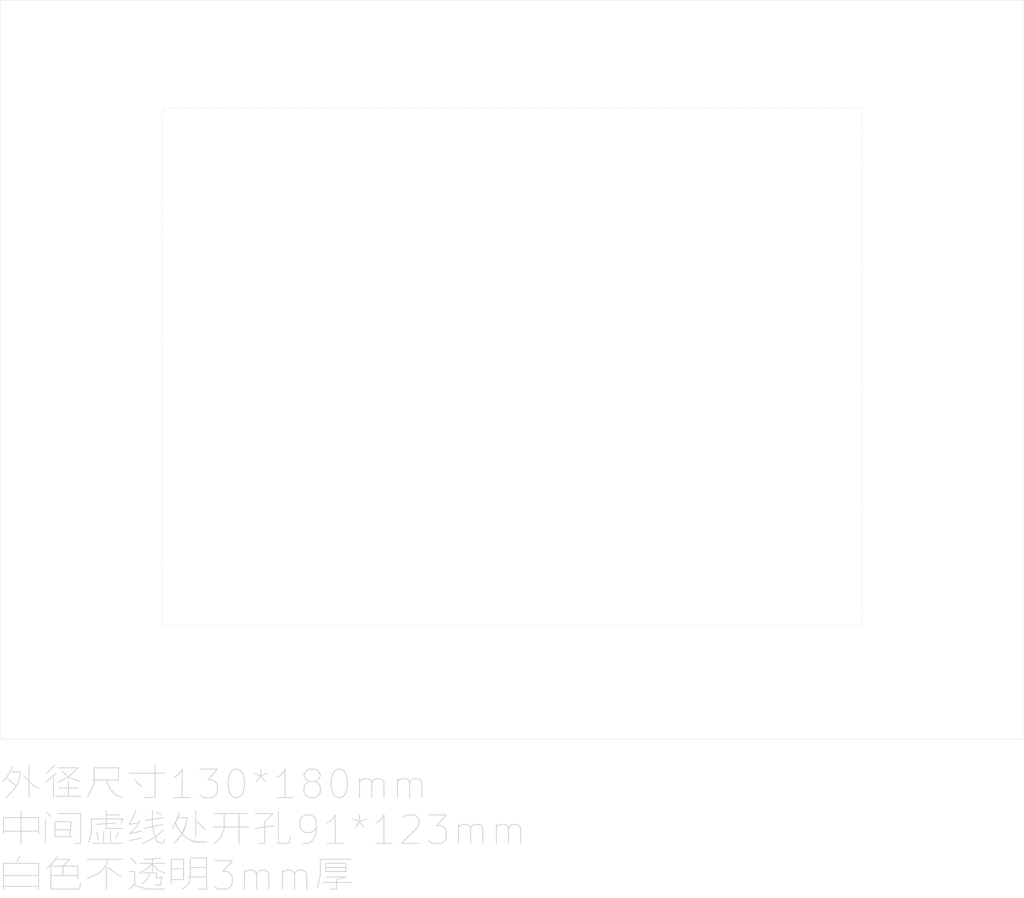
<source format=kicad_pcb>
(kicad_pcb
	(version 20240108)
	(generator "pcbnew")
	(generator_version "8.0")
	(general
		(thickness 1.6)
		(legacy_teardrops no)
	)
	(paper "A4")
	(layers
		(0 "F.Cu" signal)
		(31 "B.Cu" signal)
		(32 "B.Adhes" user "B.Adhesive")
		(33 "F.Adhes" user "F.Adhesive")
		(34 "B.Paste" user)
		(35 "F.Paste" user)
		(36 "B.SilkS" user "B.Silkscreen")
		(37 "F.SilkS" user "F.Silkscreen")
		(38 "B.Mask" user)
		(39 "F.Mask" user)
		(40 "Dwgs.User" user "User.Drawings")
		(41 "Cmts.User" user "User.Comments")
		(42 "Eco1.User" user "User.Eco1")
		(43 "Eco2.User" user "User.Eco2")
		(44 "Edge.Cuts" user)
		(45 "Margin" user)
		(46 "B.CrtYd" user "B.Courtyard")
		(47 "F.CrtYd" user "F.Courtyard")
		(48 "B.Fab" user)
		(49 "F.Fab" user)
		(50 "User.1" user)
		(51 "User.2" user)
		(52 "User.3" user)
		(53 "User.4" user)
		(54 "User.5" user)
		(55 "User.6" user)
		(56 "User.7" user)
		(57 "User.8" user)
		(58 "User.9" user)
	)
	(setup
		(pad_to_mask_clearance 0)
		(allow_soldermask_bridges_in_footprints no)
		(pcbplotparams
			(layerselection 0x0001000_7ffffffe)
			(plot_on_all_layers_selection 0x0000000_00000000)
			(disableapertmacros no)
			(usegerberextensions no)
			(usegerberattributes yes)
			(usegerberadvancedattributes yes)
			(creategerberjobfile yes)
			(dashed_line_dash_ratio 12.000000)
			(dashed_line_gap_ratio 3.000000)
			(svgprecision 4)
			(plotframeref no)
			(viasonmask no)
			(mode 1)
			(useauxorigin no)
			(hpglpennumber 1)
			(hpglpenspeed 20)
			(hpglpendiameter 15.000000)
			(pdf_front_fp_property_popups yes)
			(pdf_back_fp_property_popups yes)
			(dxfpolygonmode yes)
			(dxfimperialunits no)
			(dxfusepcbnewfont yes)
			(psnegative no)
			(psa4output no)
			(plotreference yes)
			(plotvalue yes)
			(plotfptext yes)
			(plotinvisibletext no)
			(sketchpadsonfab no)
			(subtractmaskfromsilk no)
			(outputformat 3)
			(mirror no)
			(drillshape 0)
			(scaleselection 1)
			(outputdirectory "dxf/")
		)
	)
	(net 0 "")
	(gr_rect
		(start 48.5 39)
		(end 171.5 130)
		(stroke
			(width 0.05)
			(type dash_dot)
		)
		(fill none)
		(layer "Edge.Cuts")
		(uuid "1e8f75c8-3644-44ea-aa55-c1a0921006c5")
	)
	(gr_rect
		(start 20 20)
		(end 200 150)
		(stroke
			(width 0.05)
			(type default)
		)
		(fill none)
		(layer "Edge.Cuts")
		(uuid "41cc3fdc-3e4b-44ab-a83e-1c81b0462534")
	)
	(gr_text "外径尺寸130*180mm\n中间虚线处开孔91*123mm\n白色不透明3mm厚"
		(at 20 177 0)
		(layer "Edge.Cuts")
		(uuid "2dcaff40-903f-4229-bf5e-e194224256b6")
		(effects
			(font
				(size 5 5)
				(thickness 0.15)
			)
			(justify left bottom)
		)
	)
)

</source>
